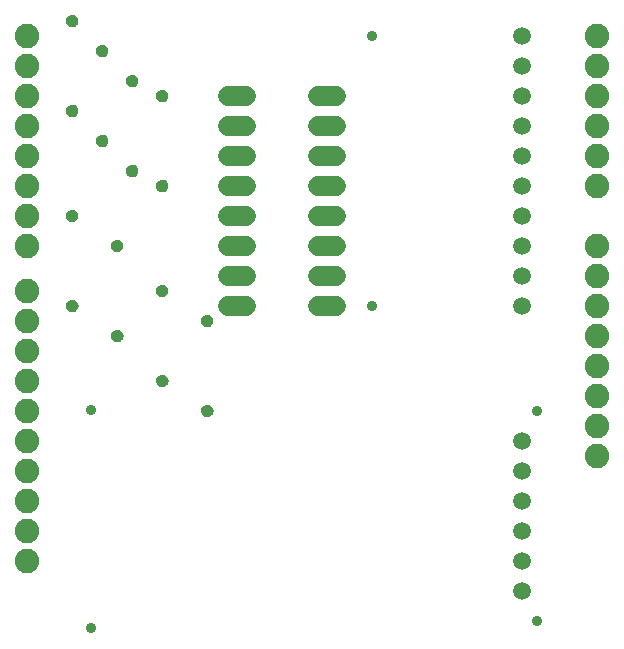
<source format=gts>
G75*
%MOIN*%
%OFA0B0*%
%FSLAX25Y25*%
%IPPOS*%
%LPD*%
%AMOC8*
5,1,8,0,0,1.08239X$1,22.5*
%
%ADD10C,0.08200*%
%ADD11C,0.00500*%
%ADD12C,0.06619*%
%ADD13C,0.05950*%
%ADD14C,0.03556*%
D10*
X0016000Y0102524D03*
X0016000Y0112524D03*
X0016000Y0122524D03*
X0016000Y0132524D03*
X0016000Y0142524D03*
X0016000Y0152524D03*
X0016000Y0162524D03*
X0016000Y0172524D03*
X0016000Y0182524D03*
X0016000Y0192524D03*
X0016000Y0207524D03*
X0016000Y0217524D03*
X0016000Y0227524D03*
X0016000Y0237524D03*
X0016000Y0247524D03*
X0016000Y0257524D03*
X0016000Y0267524D03*
X0016000Y0277524D03*
X0206000Y0277524D03*
X0206000Y0267524D03*
X0206000Y0257524D03*
X0206000Y0247524D03*
X0206000Y0237524D03*
X0206000Y0227524D03*
X0206000Y0207524D03*
X0206000Y0197524D03*
X0206000Y0187524D03*
X0206000Y0177524D03*
X0206000Y0167524D03*
X0206000Y0157524D03*
X0206000Y0147524D03*
X0206000Y0137524D03*
D11*
X0077790Y0152494D02*
X0077739Y0152101D01*
X0077602Y0151729D01*
X0077385Y0151397D01*
X0077100Y0151121D01*
X0076761Y0150916D01*
X0076385Y0150792D01*
X0075990Y0150754D01*
X0075607Y0150800D01*
X0075243Y0150931D01*
X0074918Y0151139D01*
X0074647Y0151415D01*
X0074444Y0151744D01*
X0074320Y0152109D01*
X0074280Y0152494D01*
X0074314Y0152875D01*
X0074432Y0153240D01*
X0074628Y0153569D01*
X0074892Y0153846D01*
X0075212Y0154057D01*
X0075570Y0154192D01*
X0075950Y0154244D01*
X0076351Y0154209D01*
X0076733Y0154085D01*
X0077079Y0153880D01*
X0077370Y0153603D01*
X0077593Y0153268D01*
X0077735Y0152892D01*
X0077790Y0152494D01*
X0077781Y0152561D02*
X0074286Y0152561D01*
X0074336Y0152062D02*
X0077725Y0152062D01*
X0077494Y0151564D02*
X0074555Y0151564D01*
X0075034Y0151065D02*
X0077007Y0151065D01*
X0077672Y0153059D02*
X0074373Y0153059D01*
X0074621Y0153558D02*
X0077400Y0153558D01*
X0076782Y0154056D02*
X0075211Y0154056D01*
X0062602Y0161729D02*
X0062385Y0161397D01*
X0062100Y0161121D01*
X0061761Y0160916D01*
X0061385Y0160792D01*
X0060990Y0160754D01*
X0060607Y0160800D01*
X0060243Y0160931D01*
X0059918Y0161139D01*
X0059647Y0161415D01*
X0059444Y0161744D01*
X0059320Y0162109D01*
X0059280Y0162494D01*
X0059314Y0162875D01*
X0059432Y0163240D01*
X0059628Y0163569D01*
X0059892Y0163846D01*
X0060212Y0164057D01*
X0060570Y0164192D01*
X0060950Y0164244D01*
X0061351Y0164209D01*
X0061733Y0164085D01*
X0062079Y0163880D01*
X0062370Y0163603D01*
X0062593Y0163268D01*
X0062735Y0162892D01*
X0062790Y0162494D01*
X0062739Y0162101D01*
X0062602Y0161729D01*
X0062474Y0161534D02*
X0059574Y0161534D01*
X0059346Y0162032D02*
X0062714Y0162032D01*
X0062785Y0162531D02*
X0059283Y0162531D01*
X0059364Y0163029D02*
X0062683Y0163029D01*
X0062420Y0163528D02*
X0059604Y0163528D01*
X0060166Y0164026D02*
X0061833Y0164026D01*
X0061958Y0161035D02*
X0060080Y0161035D01*
X0047100Y0176121D02*
X0046761Y0175916D01*
X0046385Y0175792D01*
X0045990Y0175754D01*
X0045607Y0175800D01*
X0045243Y0175931D01*
X0044918Y0176139D01*
X0044647Y0176415D01*
X0044444Y0176744D01*
X0044320Y0177109D01*
X0044280Y0177494D01*
X0044314Y0177875D01*
X0044432Y0178240D01*
X0044628Y0178569D01*
X0044892Y0178846D01*
X0045212Y0179057D01*
X0045570Y0179192D01*
X0045950Y0179244D01*
X0046351Y0179209D01*
X0046733Y0179085D01*
X0047079Y0178880D01*
X0047370Y0178603D01*
X0047593Y0178268D01*
X0047735Y0177892D01*
X0047790Y0177494D01*
X0047739Y0177101D01*
X0047602Y0176729D01*
X0047385Y0176397D01*
X0047100Y0176121D01*
X0046884Y0175991D02*
X0045150Y0175991D01*
X0044601Y0176489D02*
X0047445Y0176489D01*
X0047697Y0176988D02*
X0044361Y0176988D01*
X0044281Y0177486D02*
X0047789Y0177486D01*
X0047700Y0177985D02*
X0044349Y0177985D01*
X0044577Y0178483D02*
X0047450Y0178483D01*
X0046908Y0178982D02*
X0045098Y0178982D01*
X0032602Y0186729D02*
X0032385Y0186397D01*
X0032100Y0186121D01*
X0031761Y0185916D01*
X0031385Y0185792D01*
X0030990Y0185754D01*
X0030607Y0185800D01*
X0030243Y0185931D01*
X0029918Y0186139D01*
X0029647Y0186415D01*
X0029444Y0186744D01*
X0029320Y0187109D01*
X0029280Y0187494D01*
X0029314Y0187875D01*
X0029432Y0188240D01*
X0029628Y0188569D01*
X0029892Y0188846D01*
X0030212Y0189057D01*
X0030570Y0189192D01*
X0030950Y0189244D01*
X0031351Y0189209D01*
X0031733Y0189085D01*
X0032079Y0188880D01*
X0032370Y0188603D01*
X0032593Y0188268D01*
X0032735Y0187892D01*
X0032790Y0187494D01*
X0032739Y0187101D01*
X0032602Y0186729D01*
X0032686Y0186958D02*
X0029371Y0186958D01*
X0029284Y0187456D02*
X0032785Y0187456D01*
X0032711Y0187955D02*
X0029340Y0187955D01*
X0029559Y0188453D02*
X0032469Y0188453D01*
X0031958Y0188952D02*
X0030053Y0188952D01*
X0029620Y0186459D02*
X0032426Y0186459D01*
X0031835Y0185961D02*
X0030197Y0185961D01*
X0044888Y0206169D02*
X0044617Y0206445D01*
X0044414Y0206774D01*
X0044290Y0207139D01*
X0044250Y0207524D01*
X0044284Y0207905D01*
X0044402Y0208270D01*
X0044598Y0208599D01*
X0044863Y0208876D01*
X0045182Y0209087D01*
X0045541Y0209222D01*
X0045920Y0209274D01*
X0046321Y0209239D01*
X0046703Y0209115D01*
X0047049Y0208910D01*
X0047340Y0208633D01*
X0047563Y0208298D01*
X0047705Y0207922D01*
X0047760Y0207524D01*
X0047709Y0207131D01*
X0047572Y0206759D01*
X0047355Y0206427D01*
X0047070Y0206151D01*
X0046731Y0205946D01*
X0046355Y0205822D01*
X0045960Y0205784D01*
X0045577Y0205830D01*
X0045213Y0205961D01*
X0044888Y0206169D01*
X0044661Y0206400D02*
X0047327Y0206400D01*
X0047623Y0206898D02*
X0044372Y0206898D01*
X0044263Y0207397D02*
X0047743Y0207397D01*
X0047709Y0207895D02*
X0044283Y0207895D01*
X0044476Y0208394D02*
X0047499Y0208394D01*
X0047067Y0208892D02*
X0044888Y0208892D01*
X0045379Y0205901D02*
X0046596Y0205901D01*
X0059598Y0193599D02*
X0059863Y0193876D01*
X0060182Y0194087D01*
X0060541Y0194222D01*
X0060920Y0194274D01*
X0061321Y0194239D01*
X0061703Y0194115D01*
X0062049Y0193910D01*
X0062340Y0193633D01*
X0062563Y0193298D01*
X0062705Y0192922D01*
X0062760Y0192524D01*
X0062709Y0192131D01*
X0062572Y0191759D01*
X0062355Y0191427D01*
X0062070Y0191151D01*
X0061731Y0190946D01*
X0061355Y0190822D01*
X0060960Y0190784D01*
X0060577Y0190830D01*
X0060213Y0190961D01*
X0059888Y0191169D01*
X0059617Y0191445D01*
X0059414Y0191774D01*
X0059290Y0192139D01*
X0059250Y0192524D01*
X0059284Y0192905D01*
X0059402Y0193270D01*
X0059598Y0193599D01*
X0059503Y0193439D02*
X0062469Y0193439D01*
X0062698Y0192940D02*
X0059295Y0192940D01*
X0059259Y0192442D02*
X0062749Y0192442D01*
X0062640Y0191943D02*
X0059357Y0191943D01*
X0059617Y0191445D02*
X0062367Y0191445D01*
X0061731Y0190946D02*
X0060255Y0190946D01*
X0059955Y0193937D02*
X0062003Y0193937D01*
X0074598Y0183599D02*
X0074863Y0183876D01*
X0075182Y0184087D01*
X0075541Y0184222D01*
X0075920Y0184274D01*
X0076321Y0184239D01*
X0076703Y0184115D01*
X0077049Y0183910D01*
X0077340Y0183633D01*
X0077563Y0183298D01*
X0077705Y0182922D01*
X0077760Y0182524D01*
X0077709Y0182131D01*
X0077572Y0181759D01*
X0077355Y0181427D01*
X0077070Y0181151D01*
X0076731Y0180946D01*
X0076355Y0180822D01*
X0075960Y0180784D01*
X0075577Y0180830D01*
X0075213Y0180961D01*
X0074888Y0181169D01*
X0074617Y0181445D01*
X0074414Y0181774D01*
X0074290Y0182139D01*
X0074250Y0182524D01*
X0074284Y0182905D01*
X0074402Y0183270D01*
X0074598Y0183599D01*
X0074520Y0183468D02*
X0077450Y0183468D01*
X0077687Y0182970D02*
X0074305Y0182970D01*
X0074255Y0182471D02*
X0077753Y0182471D01*
X0077651Y0181973D02*
X0074347Y0181973D01*
X0074599Y0181474D02*
X0077386Y0181474D01*
X0076780Y0180976D02*
X0075190Y0180976D01*
X0075000Y0183967D02*
X0076953Y0183967D01*
X0061459Y0225825D02*
X0061080Y0225774D01*
X0060679Y0225809D01*
X0060297Y0225932D01*
X0059951Y0226137D01*
X0059660Y0226414D01*
X0059437Y0226749D01*
X0059295Y0227125D01*
X0059240Y0227524D01*
X0059291Y0227917D01*
X0059428Y0228288D01*
X0059645Y0228620D01*
X0059930Y0228896D01*
X0060269Y0229101D01*
X0060645Y0229226D01*
X0061040Y0229263D01*
X0061423Y0229217D01*
X0061787Y0229086D01*
X0062112Y0228878D01*
X0062383Y0228602D01*
X0062586Y0228274D01*
X0062710Y0227908D01*
X0062750Y0227524D01*
X0062716Y0227142D01*
X0062598Y0226778D01*
X0062402Y0226449D01*
X0062137Y0226172D01*
X0061818Y0225960D01*
X0061459Y0225825D01*
X0061503Y0225842D02*
X0060576Y0225842D01*
X0059738Y0226340D02*
X0062299Y0226340D01*
X0062618Y0226839D02*
X0059404Y0226839D01*
X0059266Y0227337D02*
X0062733Y0227337D01*
X0062718Y0227836D02*
X0059281Y0227836D01*
X0059458Y0228334D02*
X0062548Y0228334D01*
X0062156Y0228833D02*
X0059865Y0228833D01*
X0052598Y0231778D02*
X0052716Y0232142D01*
X0052750Y0232524D01*
X0052710Y0232908D01*
X0052586Y0233274D01*
X0052383Y0233602D01*
X0052112Y0233878D01*
X0051787Y0234086D01*
X0051423Y0234217D01*
X0051040Y0234263D01*
X0050645Y0234226D01*
X0050269Y0234101D01*
X0049930Y0233896D01*
X0049645Y0233620D01*
X0049428Y0233288D01*
X0049291Y0232917D01*
X0049240Y0232524D01*
X0049295Y0232125D01*
X0049437Y0231749D01*
X0049660Y0231414D01*
X0049951Y0231137D01*
X0050297Y0230932D01*
X0050679Y0230809D01*
X0051080Y0230774D01*
X0051459Y0230825D01*
X0051818Y0230960D01*
X0052137Y0231172D01*
X0052402Y0231449D01*
X0052598Y0231778D01*
X0052613Y0231824D02*
X0049409Y0231824D01*
X0049268Y0232322D02*
X0052732Y0232322D01*
X0052719Y0232821D02*
X0049279Y0232821D01*
X0049449Y0233319D02*
X0052557Y0233319D01*
X0052171Y0233818D02*
X0049849Y0233818D01*
X0049753Y0231325D02*
X0052284Y0231325D01*
X0051464Y0230827D02*
X0050623Y0230827D01*
X0042137Y0241172D02*
X0041818Y0240960D01*
X0041459Y0240825D01*
X0041080Y0240774D01*
X0040679Y0240809D01*
X0040297Y0240932D01*
X0039951Y0241137D01*
X0039660Y0241414D01*
X0039437Y0241749D01*
X0039295Y0242125D01*
X0039240Y0242524D01*
X0039291Y0242917D01*
X0039428Y0243288D01*
X0039645Y0243620D01*
X0039930Y0243896D01*
X0040269Y0244101D01*
X0040645Y0244226D01*
X0041040Y0244263D01*
X0041423Y0244217D01*
X0041787Y0244086D01*
X0042112Y0243878D01*
X0042383Y0243602D01*
X0042586Y0243274D01*
X0042710Y0242908D01*
X0042750Y0242524D01*
X0042716Y0242142D01*
X0042598Y0241778D01*
X0042402Y0241449D01*
X0042137Y0241172D01*
X0042256Y0241296D02*
X0039784Y0241296D01*
X0039420Y0241794D02*
X0042603Y0241794D01*
X0042729Y0242293D02*
X0039272Y0242293D01*
X0039275Y0242791D02*
X0042722Y0242791D01*
X0042576Y0243290D02*
X0039429Y0243290D01*
X0039818Y0243788D02*
X0042200Y0243788D01*
X0041252Y0240797D02*
X0040811Y0240797D01*
X0032137Y0251172D02*
X0031818Y0250960D01*
X0031459Y0250825D01*
X0031080Y0250774D01*
X0030679Y0250809D01*
X0030297Y0250932D01*
X0029951Y0251137D01*
X0029660Y0251414D01*
X0029437Y0251749D01*
X0029295Y0252125D01*
X0029240Y0252524D01*
X0029291Y0252917D01*
X0029428Y0253288D01*
X0029645Y0253620D01*
X0029930Y0253896D01*
X0030269Y0254101D01*
X0030645Y0254226D01*
X0031040Y0254263D01*
X0031423Y0254217D01*
X0031787Y0254086D01*
X0032112Y0253878D01*
X0032383Y0253602D01*
X0032586Y0253274D01*
X0032710Y0252908D01*
X0032750Y0252524D01*
X0032716Y0252142D01*
X0032598Y0251778D01*
X0032402Y0251449D01*
X0032137Y0251172D01*
X0032227Y0251266D02*
X0029816Y0251266D01*
X0029432Y0251764D02*
X0032590Y0251764D01*
X0032727Y0252263D02*
X0029276Y0252263D01*
X0029271Y0252761D02*
X0032725Y0252761D01*
X0032590Y0253260D02*
X0029418Y0253260D01*
X0029788Y0253758D02*
X0032230Y0253758D01*
X0031093Y0254257D02*
X0030972Y0254257D01*
X0040267Y0270962D02*
X0039921Y0271167D01*
X0039630Y0271444D01*
X0039407Y0271779D01*
X0039265Y0272155D01*
X0039210Y0272554D01*
X0039261Y0272947D01*
X0039398Y0273318D01*
X0039615Y0273650D01*
X0039900Y0273926D01*
X0040239Y0274131D01*
X0040615Y0274256D01*
X0041010Y0274293D01*
X0041393Y0274247D01*
X0041757Y0274116D01*
X0042082Y0273908D01*
X0042353Y0273632D01*
X0042556Y0273303D01*
X0042680Y0272938D01*
X0042720Y0272554D01*
X0042686Y0272172D01*
X0042568Y0271808D01*
X0042372Y0271479D01*
X0042108Y0271201D01*
X0041788Y0270990D01*
X0041430Y0270855D01*
X0041050Y0270804D01*
X0040649Y0270839D01*
X0040267Y0270962D01*
X0039880Y0271206D02*
X0042112Y0271206D01*
X0042507Y0271705D02*
X0039457Y0271705D01*
X0039259Y0272203D02*
X0042689Y0272203D01*
X0042705Y0272702D02*
X0039229Y0272702D01*
X0039355Y0273200D02*
X0042591Y0273200D01*
X0042288Y0273699D02*
X0039665Y0273699D01*
X0040440Y0274197D02*
X0041531Y0274197D01*
X0032372Y0281479D02*
X0032108Y0281201D01*
X0031788Y0280990D01*
X0031430Y0280855D01*
X0031050Y0280804D01*
X0030649Y0280839D01*
X0030267Y0280962D01*
X0029921Y0281167D01*
X0029630Y0281444D01*
X0029407Y0281779D01*
X0029265Y0282155D01*
X0029210Y0282554D01*
X0029261Y0282947D01*
X0029398Y0283318D01*
X0029615Y0283650D01*
X0029900Y0283926D01*
X0030239Y0284131D01*
X0030615Y0284256D01*
X0031010Y0284293D01*
X0031393Y0284247D01*
X0031757Y0284116D01*
X0032082Y0283908D01*
X0032353Y0283632D01*
X0032556Y0283303D01*
X0032680Y0282938D01*
X0032720Y0282554D01*
X0032686Y0282172D01*
X0032568Y0281808D01*
X0032372Y0281479D01*
X0032489Y0281675D02*
X0029477Y0281675D01*
X0029263Y0282174D02*
X0032686Y0282174D01*
X0032708Y0282672D02*
X0029226Y0282672D01*
X0029344Y0283171D02*
X0032601Y0283171D01*
X0032317Y0283669D02*
X0029634Y0283669D01*
X0030350Y0284168D02*
X0031614Y0284168D01*
X0032070Y0281177D02*
X0029911Y0281177D01*
X0049615Y0263650D02*
X0049900Y0263926D01*
X0050239Y0264131D01*
X0050615Y0264256D01*
X0051010Y0264293D01*
X0051393Y0264247D01*
X0051757Y0264116D01*
X0052082Y0263908D01*
X0052353Y0263632D01*
X0052556Y0263303D01*
X0052680Y0262938D01*
X0052720Y0262554D01*
X0052686Y0262172D01*
X0052568Y0261808D01*
X0052372Y0261479D01*
X0052108Y0261201D01*
X0051788Y0260990D01*
X0051430Y0260855D01*
X0051050Y0260804D01*
X0050649Y0260839D01*
X0050267Y0260962D01*
X0049921Y0261167D01*
X0049630Y0261444D01*
X0049407Y0261779D01*
X0049265Y0262155D01*
X0049210Y0262554D01*
X0049261Y0262947D01*
X0049398Y0263318D01*
X0049615Y0263650D01*
X0049696Y0263729D02*
X0052258Y0263729D01*
X0052581Y0263230D02*
X0049366Y0263230D01*
X0049233Y0262732D02*
X0052702Y0262732D01*
X0052692Y0262233D02*
X0049254Y0262233D01*
X0049437Y0261735D02*
X0052525Y0261735D01*
X0052141Y0261236D02*
X0049849Y0261236D01*
X0050529Y0264227D02*
X0051448Y0264227D01*
X0059615Y0258650D02*
X0059398Y0258318D01*
X0059261Y0257947D01*
X0059210Y0257554D01*
X0059265Y0257155D01*
X0059407Y0256779D01*
X0059630Y0256444D01*
X0059921Y0256167D01*
X0060267Y0255962D01*
X0060649Y0255839D01*
X0061050Y0255804D01*
X0061430Y0255855D01*
X0061788Y0255990D01*
X0062108Y0256201D01*
X0062372Y0256479D01*
X0062568Y0256808D01*
X0062686Y0257172D01*
X0062720Y0257554D01*
X0062680Y0257938D01*
X0062556Y0258303D01*
X0062353Y0258632D01*
X0062082Y0258908D01*
X0061757Y0259116D01*
X0061393Y0259247D01*
X0061010Y0259293D01*
X0060615Y0259256D01*
X0060239Y0259131D01*
X0059900Y0258926D01*
X0059615Y0258650D01*
X0059711Y0258744D02*
X0062244Y0258744D01*
X0062576Y0258245D02*
X0059371Y0258245D01*
X0059235Y0257747D02*
X0062700Y0257747D01*
X0062693Y0257248D02*
X0059252Y0257248D01*
X0059427Y0256750D02*
X0062534Y0256750D01*
X0062155Y0256251D02*
X0059833Y0256251D01*
X0060574Y0259242D02*
X0061407Y0259242D01*
X0032049Y0218910D02*
X0032340Y0218633D01*
X0032563Y0218298D01*
X0032705Y0217922D01*
X0032760Y0217524D01*
X0032709Y0217131D01*
X0032572Y0216759D01*
X0032355Y0216427D01*
X0032070Y0216151D01*
X0031731Y0215946D01*
X0031355Y0215822D01*
X0030960Y0215784D01*
X0030577Y0215830D01*
X0030213Y0215961D01*
X0029888Y0216169D01*
X0029617Y0216445D01*
X0029414Y0216774D01*
X0029290Y0217139D01*
X0029250Y0217524D01*
X0029284Y0217905D01*
X0029402Y0218270D01*
X0029598Y0218599D01*
X0029863Y0218876D01*
X0030182Y0219087D01*
X0030541Y0219222D01*
X0030920Y0219274D01*
X0031321Y0219239D01*
X0031703Y0219115D01*
X0032049Y0218910D01*
X0032099Y0218863D02*
X0029850Y0218863D01*
X0029458Y0218364D02*
X0032519Y0218364D01*
X0032713Y0217866D02*
X0029280Y0217866D01*
X0029266Y0217367D02*
X0032740Y0217367D01*
X0032612Y0216869D02*
X0029382Y0216869D01*
X0029691Y0216370D02*
X0032296Y0216370D01*
X0031506Y0215872D02*
X0030462Y0215872D01*
D12*
X0083091Y0217524D02*
X0088909Y0217524D01*
X0088909Y0207524D02*
X0083091Y0207524D01*
X0083091Y0197524D02*
X0088909Y0197524D01*
X0088909Y0187524D02*
X0083091Y0187524D01*
X0113091Y0187524D02*
X0118909Y0187524D01*
X0118909Y0197524D02*
X0113091Y0197524D01*
X0113091Y0207524D02*
X0118909Y0207524D01*
X0118909Y0217524D02*
X0113091Y0217524D01*
X0113091Y0227524D02*
X0118909Y0227524D01*
X0118909Y0237524D02*
X0113091Y0237524D01*
X0113091Y0247524D02*
X0118909Y0247524D01*
X0118909Y0257524D02*
X0113091Y0257524D01*
X0088909Y0257524D02*
X0083091Y0257524D01*
X0083091Y0247524D02*
X0088909Y0247524D01*
X0088909Y0237524D02*
X0083091Y0237524D01*
X0083091Y0227524D02*
X0088909Y0227524D01*
D13*
X0181000Y0227524D03*
X0181000Y0237524D03*
X0181000Y0247524D03*
X0181000Y0257524D03*
X0181000Y0267524D03*
X0181000Y0277524D03*
X0181000Y0217524D03*
X0181000Y0207524D03*
X0181000Y0197524D03*
X0181000Y0187524D03*
X0181000Y0142524D03*
X0181000Y0132524D03*
X0181000Y0122524D03*
X0181000Y0112524D03*
X0181000Y0102524D03*
X0181000Y0092524D03*
D14*
X0037142Y0080122D03*
X0037142Y0152957D03*
X0131000Y0187524D03*
X0186000Y0152524D03*
X0186000Y0082524D03*
X0131000Y0277524D03*
M02*

</source>
